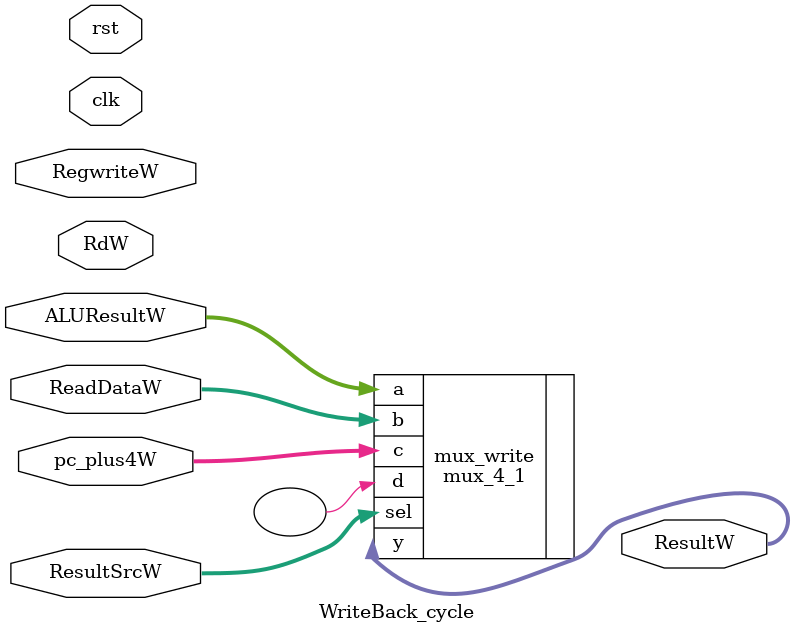
<source format=v>
`include "mux_4_1.v"

module WriteBack_cycle(clk,rst,RegwriteW,ResultSrcW,ALUResultW,ReadDataW,RdW,pc_plus4W,ResultW);

input clk,rst,RegwriteW;
input [1:0] ResultSrcW ;
input [4:0] RdW ;
input [31:0] ALUResultW,ReadDataW,pc_plus4W ;
output [31:0] ResultW ;




mux_4_1 mux_write
(
    .a(ALUResultW),
    .b(ReadDataW),
    .c(pc_plus4W),
    .d(),
    .sel(ResultSrcW),
    .y(ResultW)
);


endmodule
</source>
